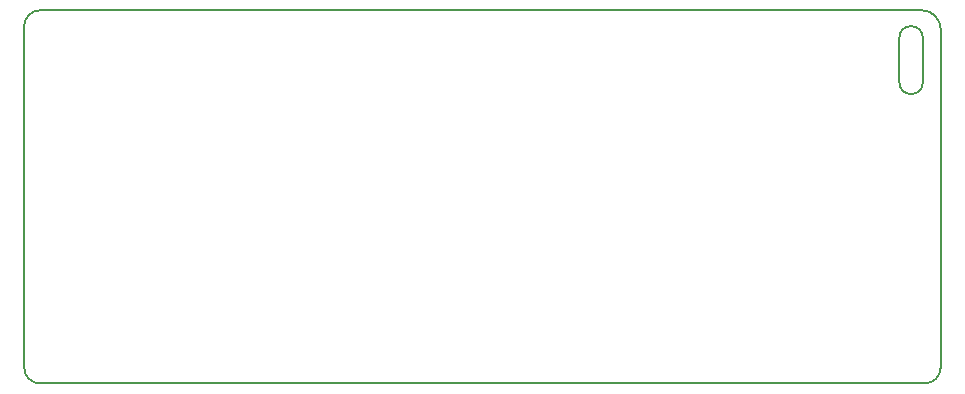
<source format=gbr>
%TF.GenerationSoftware,KiCad,Pcbnew,7.0.11-7.0.11~ubuntu22.04.1*%
%TF.CreationDate,2024-08-16T07:19:45+02:00*%
%TF.ProjectId,Fri3dGadget,46726933-6447-4616-9467-65742e6b6963,rev?*%
%TF.SameCoordinates,Original*%
%TF.FileFunction,Profile,NP*%
%FSLAX46Y46*%
G04 Gerber Fmt 4.6, Leading zero omitted, Abs format (unit mm)*
G04 Created by KiCad (PCBNEW 7.0.11-7.0.11~ubuntu22.04.1) date 2024-08-16 07:19:45*
%MOMM*%
%LPD*%
G01*
G04 APERTURE LIST*
%TA.AperFunction,Profile*%
%ADD10C,0.200000*%
%TD*%
G04 APERTURE END LIST*
D10*
X65654600Y-72904638D02*
G75*
G03*
X67000000Y-74250000I1345400J38D01*
G01*
X67000000Y-42654638D02*
G75*
G03*
X65654638Y-44000000I0J-1345362D01*
G01*
X139750000Y-45000000D02*
X139750000Y-48750000D01*
X143249962Y-44250000D02*
G75*
G03*
X141654638Y-42654638I-1595362J0D01*
G01*
X67000000Y-42654638D02*
X141654638Y-42654638D01*
X141904638Y-74250000D02*
G75*
G03*
X143250000Y-72904638I-38J1345400D01*
G01*
X143250000Y-44250000D02*
X143250000Y-72904638D01*
X141750000Y-48750000D02*
X141750000Y-45000000D01*
X141750000Y-45000000D02*
G75*
G03*
X139750000Y-45000000I-1000000J0D01*
G01*
X141904638Y-74250000D02*
X67000000Y-74250000D01*
X65654638Y-44000000D02*
X65654638Y-72904638D01*
X139750000Y-48750000D02*
G75*
G03*
X141750000Y-48750000I1000000J0D01*
G01*
M02*

</source>
